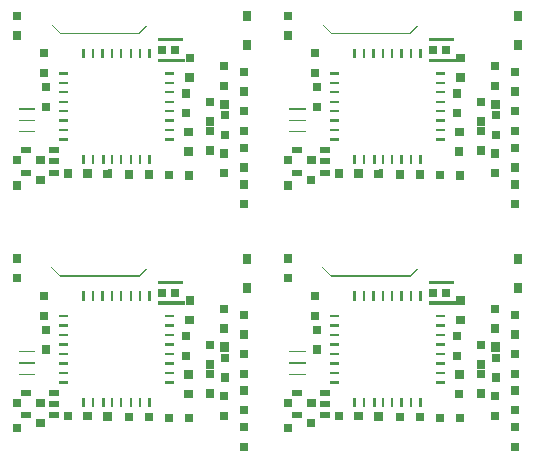
<source format=gbr>
%FSLAX32Y32*%
%MOMM*%
%LNSMD_Maske1*%
G71*
G01*
%LPD*%
G36*
X8715Y7216D02*
X8795Y7216D01*
X8795Y7196D01*
X8715Y7196D01*
X8715Y7216D01*
G37*
G36*
X8715Y7136D02*
X8795Y7136D01*
X8795Y7116D01*
X8715Y7116D01*
X8715Y7136D01*
G37*
G36*
X8715Y7056D02*
X8795Y7056D01*
X8795Y7036D01*
X8715Y7036D01*
X8715Y7056D01*
G37*
G36*
X8715Y6976D02*
X8795Y6976D01*
X8795Y6956D01*
X8715Y6956D01*
X8715Y6976D01*
G37*
G36*
X8715Y6896D02*
X8795Y6896D01*
X8795Y6876D01*
X8715Y6876D01*
X8715Y6896D01*
G37*
G36*
X8715Y6816D02*
X8795Y6816D01*
X8795Y6796D01*
X8715Y6796D01*
X8715Y6816D01*
G37*
G36*
X8715Y6736D02*
X8795Y6736D01*
X8795Y6716D01*
X8715Y6716D01*
X8715Y6736D01*
G37*
G36*
X8715Y6656D02*
X8795Y6656D01*
X8795Y6636D01*
X8715Y6636D01*
X8715Y6656D01*
G37*
G36*
X9615Y7216D02*
X9695Y7216D01*
X9695Y7196D01*
X9615Y7196D01*
X9615Y7216D01*
G37*
G36*
X9615Y7136D02*
X9695Y7136D01*
X9695Y7116D01*
X9615Y7116D01*
X9615Y7136D01*
G37*
G36*
X9615Y7056D02*
X9695Y7056D01*
X9695Y7036D01*
X9615Y7036D01*
X9615Y7056D01*
G37*
G36*
X9615Y6976D02*
X9695Y6976D01*
X9695Y6956D01*
X9615Y6956D01*
X9615Y6976D01*
G37*
G36*
X9615Y6896D02*
X9695Y6896D01*
X9695Y6876D01*
X9615Y6876D01*
X9615Y6896D01*
G37*
G36*
X9615Y6816D02*
X9695Y6816D01*
X9695Y6796D01*
X9615Y6796D01*
X9615Y6816D01*
G37*
G36*
X9615Y6736D02*
X9695Y6736D01*
X9695Y6716D01*
X9615Y6716D01*
X9615Y6736D01*
G37*
G36*
X9615Y6656D02*
X9695Y6656D01*
X9695Y6636D01*
X9615Y6636D01*
X9615Y6656D01*
G37*
G36*
X8915Y7416D02*
X8935Y7416D01*
X8935Y7336D01*
X8915Y7336D01*
X8915Y7416D01*
G37*
G36*
X8995Y7416D02*
X9015Y7416D01*
X9015Y7336D01*
X8995Y7336D01*
X8995Y7416D01*
G37*
G36*
X9075Y7416D02*
X9095Y7416D01*
X9095Y7336D01*
X9075Y7336D01*
X9075Y7416D01*
G37*
G36*
X9155Y7416D02*
X9175Y7416D01*
X9175Y7336D01*
X9155Y7336D01*
X9155Y7416D01*
G37*
G36*
X9235Y7416D02*
X9255Y7416D01*
X9255Y7336D01*
X9235Y7336D01*
X9235Y7416D01*
G37*
G36*
X9315Y7416D02*
X9335Y7416D01*
X9335Y7336D01*
X9315Y7336D01*
X9315Y7416D01*
G37*
G36*
X9395Y7416D02*
X9415Y7416D01*
X9415Y7336D01*
X9395Y7336D01*
X9395Y7416D01*
G37*
G36*
X9475Y7416D02*
X9495Y7416D01*
X9495Y7336D01*
X9475Y7336D01*
X9475Y7416D01*
G37*
G36*
X8915Y6516D02*
X8935Y6516D01*
X8935Y6436D01*
X8915Y6436D01*
X8915Y6516D01*
G37*
G36*
X8995Y6516D02*
X9015Y6516D01*
X9015Y6436D01*
X8995Y6436D01*
X8995Y6516D01*
G37*
G36*
X9085Y6516D02*
X9105Y6516D01*
X9105Y6436D01*
X9085Y6436D01*
X9085Y6516D01*
G37*
G36*
X9155Y6516D02*
X9175Y6516D01*
X9175Y6436D01*
X9155Y6436D01*
X9155Y6516D01*
G37*
G36*
X9235Y6516D02*
X9255Y6516D01*
X9255Y6436D01*
X9235Y6436D01*
X9235Y6516D01*
G37*
G36*
X9315Y6516D02*
X9335Y6516D01*
X9335Y6436D01*
X9315Y6436D01*
X9315Y6516D01*
G37*
G36*
X9395Y6516D02*
X9415Y6516D01*
X9415Y6436D01*
X9395Y6436D01*
X9395Y6516D01*
G37*
G36*
X9475Y6516D02*
X9495Y6516D01*
X9495Y6436D01*
X9475Y6436D01*
X9475Y6516D01*
G37*
G36*
X9827Y7071D02*
X9827Y7001D01*
X9757Y7001D01*
X9757Y7071D01*
X9827Y7071D01*
G37*
G36*
X9826Y6904D02*
X9826Y6834D01*
X9756Y6834D01*
X9756Y6904D01*
X9826Y6904D01*
G37*
G36*
X8643Y7126D02*
X8643Y7056D01*
X8573Y7056D01*
X8573Y7126D01*
X8643Y7126D01*
G37*
G36*
X8642Y6959D02*
X8642Y6889D01*
X8572Y6889D01*
X8572Y6959D01*
X8642Y6959D01*
G37*
G36*
X9859Y7373D02*
X9859Y7303D01*
X9789Y7303D01*
X9789Y7373D01*
X9859Y7373D01*
G37*
G36*
X9858Y7206D02*
X9858Y7136D01*
X9788Y7136D01*
X9788Y7206D01*
X9858Y7206D01*
G37*
G36*
X8397Y6341D02*
X8397Y6391D01*
X8477Y6391D01*
X8477Y6341D01*
X8397Y6341D01*
G37*
G36*
X8397Y6531D02*
X8397Y6581D01*
X8477Y6581D01*
X8477Y6531D01*
X8397Y6531D01*
G37*
G36*
X8635Y6341D02*
X8635Y6391D01*
X8715Y6391D01*
X8715Y6341D01*
X8635Y6341D01*
G37*
G36*
X8635Y6531D02*
X8635Y6581D01*
X8715Y6581D01*
X8715Y6531D01*
X8635Y6531D01*
G37*
G36*
X8635Y6436D02*
X8635Y6486D01*
X8715Y6486D01*
X8715Y6436D01*
X8635Y6436D01*
G37*
G36*
X8627Y7412D02*
X8627Y7342D01*
X8557Y7342D01*
X8557Y7412D01*
X8627Y7412D01*
G37*
G36*
X8626Y7245D02*
X8626Y7175D01*
X8556Y7175D01*
X8556Y7245D01*
X8626Y7245D01*
G37*
G36*
X10160Y6889D02*
X10160Y6819D01*
X10090Y6819D01*
X10090Y6889D01*
X10160Y6889D01*
G37*
G36*
X10159Y6722D02*
X10159Y6652D01*
X10089Y6652D01*
X10089Y6722D01*
X10159Y6722D01*
G37*
G36*
X10152Y6563D02*
X10152Y6493D01*
X10082Y6493D01*
X10082Y6563D01*
X10152Y6563D01*
G37*
G36*
X10151Y6396D02*
X10151Y6326D01*
X10081Y6326D01*
X10081Y6396D01*
X10151Y6396D01*
G37*
G36*
X10080Y6984D02*
X10160Y6984D01*
X10160Y6904D01*
X10080Y6904D01*
X10080Y6984D01*
G37*
G36*
X9163Y6323D02*
X9094Y6322D01*
X9093Y6392D01*
X9163Y6393D01*
X9163Y6323D01*
G37*
G36*
X8996Y6324D02*
X8926Y6324D01*
X8926Y6394D01*
X8996Y6394D01*
X8996Y6324D01*
G37*
G36*
X9513Y6315D02*
X9443Y6315D01*
X9443Y6385D01*
X9513Y6385D01*
X9513Y6315D01*
G37*
G36*
X9346Y6316D02*
X9276Y6316D01*
X9276Y6386D01*
X9346Y6386D01*
X9346Y6316D01*
G37*
G36*
X9779Y6510D02*
X9778Y6580D01*
X9848Y6580D01*
X9849Y6510D01*
X9779Y6510D01*
G37*
G36*
X9780Y6677D02*
X9780Y6747D01*
X9850Y6747D01*
X9850Y6677D01*
X9780Y6677D01*
G37*
G36*
X9854Y6307D02*
X9784Y6307D01*
X9784Y6377D01*
X9854Y6377D01*
X9854Y6307D01*
G37*
G36*
X9687Y6308D02*
X9617Y6308D01*
X9617Y6378D01*
X9687Y6378D01*
X9687Y6308D01*
G37*
G36*
X10080Y7066D02*
X10080Y7136D01*
X10150Y7136D01*
X10150Y7066D01*
X10080Y7066D01*
G37*
G36*
X10081Y7233D02*
X10081Y7303D01*
X10151Y7303D01*
X10151Y7233D01*
X10081Y7233D01*
G37*
G36*
X9554Y7439D02*
X9624Y7439D01*
X9624Y7369D01*
X9554Y7369D01*
X9554Y7439D01*
G37*
G36*
X9665Y7439D02*
X9735Y7439D01*
X9735Y7369D01*
X9665Y7369D01*
X9665Y7439D01*
G37*
G36*
X9553Y7332D02*
X9783Y7332D01*
X9783Y7302D01*
X9553Y7302D01*
X9553Y7332D01*
G37*
G36*
X9555Y7507D02*
X9765Y7507D01*
X9765Y7477D01*
X9555Y7477D01*
X9555Y7507D01*
G37*
G36*
X10033Y6754D02*
X10033Y6684D01*
X9963Y6684D01*
X9963Y6754D01*
X10033Y6754D01*
G37*
G36*
X10032Y6587D02*
X10032Y6517D01*
X9962Y6517D01*
X9962Y6587D01*
X10032Y6587D01*
G37*
G36*
X8515Y6910D02*
X8515Y6900D01*
X8375Y6900D01*
X8375Y6910D01*
X8515Y6910D01*
G37*
G36*
X8515Y6815D02*
X8515Y6805D01*
X8375Y6805D01*
X8375Y6815D01*
X8515Y6815D01*
G37*
G36*
X8515Y6720D02*
X8515Y6710D01*
X8375Y6710D01*
X8375Y6720D01*
X8515Y6720D01*
G37*
G36*
X8398Y7728D02*
X8398Y7658D01*
X8328Y7658D01*
X8328Y7728D01*
X8398Y7728D01*
G37*
G36*
X8397Y7562D02*
X8397Y7492D01*
X8327Y7492D01*
X8327Y7562D01*
X8397Y7562D01*
G37*
G36*
X8326Y6221D02*
X8326Y6291D01*
X8396Y6291D01*
X8396Y6221D01*
X8326Y6221D01*
G37*
G36*
X8327Y6436D02*
X8327Y6506D01*
X8397Y6506D01*
X8397Y6436D01*
X8327Y6436D01*
G37*
G36*
X8596Y6506D02*
X8596Y6436D01*
X8526Y6436D01*
X8526Y6506D01*
X8596Y6506D01*
G37*
G36*
X8595Y6339D02*
X8595Y6269D01*
X8525Y6269D01*
X8525Y6339D01*
X8595Y6339D01*
G37*
G36*
X8995Y6323D02*
X8925Y6323D01*
X8925Y6393D01*
X8995Y6393D01*
X8995Y6323D01*
G37*
G36*
X8828Y6324D02*
X8758Y6324D01*
X8758Y6394D01*
X8828Y6394D01*
X8828Y6324D01*
G37*
G36*
X10319Y6611D02*
X10319Y6541D01*
X10249Y6541D01*
X10249Y6611D01*
X10319Y6611D01*
G37*
G36*
X10318Y6444D02*
X10318Y6374D01*
X10248Y6374D01*
X10248Y6444D01*
X10318Y6444D01*
G37*
G36*
X10319Y6921D02*
X10319Y6851D01*
X10249Y6851D01*
X10249Y6921D01*
X10319Y6921D01*
G37*
G36*
X10318Y6754D02*
X10318Y6684D01*
X10248Y6684D01*
X10248Y6754D01*
X10318Y6754D01*
G37*
G36*
X10319Y7254D02*
X10319Y7184D01*
X10249Y7184D01*
X10249Y7254D01*
X10319Y7254D01*
G37*
G36*
X10318Y7087D02*
X10318Y7017D01*
X10248Y7017D01*
X10248Y7087D01*
X10318Y7087D01*
G37*
G36*
X10319Y6301D02*
X10319Y6231D01*
X10249Y6231D01*
X10249Y6301D01*
X10319Y6301D01*
G37*
G36*
X10318Y6134D02*
X10318Y6064D01*
X10248Y6064D01*
X10248Y6134D01*
X10318Y6134D01*
G37*
G36*
X10033Y7000D02*
X10033Y6930D01*
X9963Y6930D01*
X9963Y7000D01*
X10033Y7000D01*
G37*
G36*
X10032Y6833D02*
X10032Y6763D01*
X9962Y6763D01*
X9962Y6833D01*
X10032Y6833D01*
G37*
G36*
X10343Y7737D02*
X10343Y7652D01*
X10273Y7652D01*
X10273Y7737D01*
X10343Y7737D01*
G37*
G36*
X10343Y7490D02*
X10343Y7405D01*
X10273Y7405D01*
X10273Y7490D01*
X10343Y7490D01*
G37*
G36*
X8725Y7552D02*
X9405Y7552D01*
X9405Y7542D01*
X8725Y7542D01*
X8725Y7552D01*
G37*
G36*
X8660Y7626D02*
X8730Y7555D01*
X8723Y7548D01*
X8653Y7619D01*
X8660Y7626D01*
G37*
G36*
X9461Y7603D02*
X9405Y7547D01*
X9397Y7554D01*
X9454Y7610D01*
X9461Y7603D01*
G37*
G36*
X11009Y7216D02*
X11089Y7216D01*
X11089Y7196D01*
X11009Y7196D01*
X11009Y7216D01*
G37*
G36*
X11009Y7136D02*
X11089Y7136D01*
X11089Y7116D01*
X11009Y7116D01*
X11009Y7136D01*
G37*
G36*
X11009Y7056D02*
X11089Y7056D01*
X11089Y7036D01*
X11009Y7036D01*
X11009Y7056D01*
G37*
G36*
X11009Y6976D02*
X11089Y6976D01*
X11089Y6956D01*
X11009Y6956D01*
X11009Y6976D01*
G37*
G36*
X11009Y6896D02*
X11089Y6896D01*
X11089Y6876D01*
X11009Y6876D01*
X11009Y6896D01*
G37*
G36*
X11009Y6816D02*
X11089Y6816D01*
X11089Y6796D01*
X11009Y6796D01*
X11009Y6816D01*
G37*
G36*
X11009Y6736D02*
X11089Y6736D01*
X11089Y6716D01*
X11009Y6716D01*
X11009Y6736D01*
G37*
G36*
X11009Y6656D02*
X11089Y6656D01*
X11089Y6636D01*
X11009Y6636D01*
X11009Y6656D01*
G37*
G36*
X11909Y7216D02*
X11989Y7216D01*
X11989Y7196D01*
X11909Y7196D01*
X11909Y7216D01*
G37*
G36*
X11909Y7136D02*
X11989Y7136D01*
X11989Y7116D01*
X11909Y7116D01*
X11909Y7136D01*
G37*
G36*
X11909Y7056D02*
X11989Y7056D01*
X11989Y7036D01*
X11909Y7036D01*
X11909Y7056D01*
G37*
G36*
X11909Y6976D02*
X11989Y6976D01*
X11989Y6956D01*
X11909Y6956D01*
X11909Y6976D01*
G37*
G36*
X11909Y6896D02*
X11989Y6896D01*
X11989Y6876D01*
X11909Y6876D01*
X11909Y6896D01*
G37*
G36*
X11909Y6816D02*
X11989Y6816D01*
X11989Y6796D01*
X11909Y6796D01*
X11909Y6816D01*
G37*
G36*
X11909Y6736D02*
X11989Y6736D01*
X11989Y6716D01*
X11909Y6716D01*
X11909Y6736D01*
G37*
G36*
X11909Y6656D02*
X11989Y6656D01*
X11989Y6636D01*
X11909Y6636D01*
X11909Y6656D01*
G37*
G36*
X11209Y7416D02*
X11229Y7416D01*
X11229Y7336D01*
X11209Y7336D01*
X11209Y7416D01*
G37*
G36*
X11289Y7416D02*
X11309Y7416D01*
X11309Y7336D01*
X11289Y7336D01*
X11289Y7416D01*
G37*
G36*
X11369Y7416D02*
X11389Y7416D01*
X11389Y7336D01*
X11369Y7336D01*
X11369Y7416D01*
G37*
G36*
X11449Y7416D02*
X11469Y7416D01*
X11469Y7336D01*
X11449Y7336D01*
X11449Y7416D01*
G37*
G36*
X11529Y7416D02*
X11549Y7416D01*
X11549Y7336D01*
X11529Y7336D01*
X11529Y7416D01*
G37*
G36*
X11609Y7416D02*
X11629Y7416D01*
X11629Y7336D01*
X11609Y7336D01*
X11609Y7416D01*
G37*
G36*
X11689Y7416D02*
X11709Y7416D01*
X11709Y7336D01*
X11689Y7336D01*
X11689Y7416D01*
G37*
G36*
X11769Y7416D02*
X11789Y7416D01*
X11789Y7336D01*
X11769Y7336D01*
X11769Y7416D01*
G37*
G36*
X11209Y6516D02*
X11229Y6516D01*
X11229Y6436D01*
X11209Y6436D01*
X11209Y6516D01*
G37*
G36*
X11289Y6516D02*
X11309Y6516D01*
X11309Y6436D01*
X11289Y6436D01*
X11289Y6516D01*
G37*
G36*
X11379Y6516D02*
X11399Y6516D01*
X11399Y6436D01*
X11379Y6436D01*
X11379Y6516D01*
G37*
G36*
X11449Y6516D02*
X11469Y6516D01*
X11469Y6436D01*
X11449Y6436D01*
X11449Y6516D01*
G37*
G36*
X11529Y6516D02*
X11549Y6516D01*
X11549Y6436D01*
X11529Y6436D01*
X11529Y6516D01*
G37*
G36*
X11609Y6516D02*
X11629Y6516D01*
X11629Y6436D01*
X11609Y6436D01*
X11609Y6516D01*
G37*
G36*
X11689Y6516D02*
X11709Y6516D01*
X11709Y6436D01*
X11689Y6436D01*
X11689Y6516D01*
G37*
G36*
X11769Y6516D02*
X11789Y6516D01*
X11789Y6436D01*
X11769Y6436D01*
X11769Y6516D01*
G37*
G36*
X12121Y7071D02*
X12121Y7001D01*
X12051Y7001D01*
X12051Y7071D01*
X12121Y7071D01*
G37*
G36*
X12120Y6904D02*
X12120Y6834D01*
X12050Y6834D01*
X12050Y6904D01*
X12120Y6904D01*
G37*
G36*
X10937Y7126D02*
X10937Y7056D01*
X10867Y7056D01*
X10867Y7126D01*
X10937Y7126D01*
G37*
G36*
X10936Y6959D02*
X10936Y6889D01*
X10866Y6889D01*
X10866Y6959D01*
X10936Y6959D01*
G37*
G36*
X12152Y7373D02*
X12152Y7303D01*
X12082Y7303D01*
X12082Y7373D01*
X12152Y7373D01*
G37*
G36*
X12152Y7206D02*
X12152Y7136D01*
X12082Y7136D01*
X12082Y7206D01*
X12152Y7206D01*
G37*
G36*
X10691Y6341D02*
X10691Y6391D01*
X10771Y6391D01*
X10771Y6341D01*
X10691Y6341D01*
G37*
G36*
X10691Y6531D02*
X10691Y6581D01*
X10771Y6581D01*
X10771Y6531D01*
X10691Y6531D01*
G37*
G36*
X10929Y6341D02*
X10929Y6391D01*
X11009Y6391D01*
X11009Y6341D01*
X10929Y6341D01*
G37*
G36*
X10929Y6531D02*
X10929Y6581D01*
X11009Y6581D01*
X11009Y6531D01*
X10929Y6531D01*
G37*
G36*
X10929Y6436D02*
X10929Y6486D01*
X11009Y6486D01*
X11009Y6436D01*
X10929Y6436D01*
G37*
G36*
X10921Y7412D02*
X10921Y7342D01*
X10851Y7342D01*
X10851Y7412D01*
X10921Y7412D01*
G37*
G36*
X10920Y7245D02*
X10920Y7175D01*
X10850Y7175D01*
X10850Y7245D01*
X10920Y7245D01*
G37*
G36*
X12454Y6889D02*
X12454Y6819D01*
X12384Y6819D01*
X12384Y6889D01*
X12454Y6889D01*
G37*
G36*
X12453Y6722D02*
X12453Y6652D01*
X12383Y6652D01*
X12383Y6722D01*
X12453Y6722D01*
G37*
G36*
X12446Y6563D02*
X12446Y6493D01*
X12376Y6493D01*
X12376Y6563D01*
X12446Y6563D01*
G37*
G36*
X12445Y6396D02*
X12445Y6326D01*
X12375Y6326D01*
X12375Y6396D01*
X12445Y6396D01*
G37*
G36*
X12374Y6984D02*
X12454Y6984D01*
X12454Y6904D01*
X12374Y6904D01*
X12374Y6984D01*
G37*
G36*
X11457Y6323D02*
X11387Y6322D01*
X11387Y6392D01*
X11457Y6393D01*
X11457Y6323D01*
G37*
G36*
X11290Y6324D02*
X11220Y6324D01*
X11220Y6394D01*
X11290Y6394D01*
X11290Y6324D01*
G37*
G36*
X11807Y6315D02*
X11737Y6315D01*
X11737Y6385D01*
X11807Y6385D01*
X11807Y6315D01*
G37*
G36*
X11640Y6316D02*
X11570Y6316D01*
X11570Y6386D01*
X11640Y6386D01*
X11640Y6316D01*
G37*
G36*
X12072Y6510D02*
X12072Y6580D01*
X12142Y6580D01*
X12142Y6510D01*
X12072Y6510D01*
G37*
G36*
X12073Y6677D02*
X12073Y6747D01*
X12143Y6747D01*
X12143Y6677D01*
X12073Y6677D01*
G37*
G36*
X12148Y6307D02*
X12078Y6307D01*
X12078Y6377D01*
X12148Y6377D01*
X12148Y6307D01*
G37*
G36*
X11981Y6308D02*
X11911Y6308D01*
X11911Y6378D01*
X11981Y6378D01*
X11981Y6308D01*
G37*
G36*
X12374Y7066D02*
X12374Y7136D01*
X12444Y7136D01*
X12444Y7066D01*
X12374Y7066D01*
G37*
G36*
X12375Y7233D02*
X12375Y7303D01*
X12445Y7303D01*
X12445Y7233D01*
X12375Y7233D01*
G37*
G36*
X11847Y7439D02*
X11917Y7439D01*
X11917Y7369D01*
X11847Y7369D01*
X11847Y7439D01*
G37*
G36*
X11959Y7439D02*
X12029Y7439D01*
X12029Y7369D01*
X11959Y7369D01*
X11959Y7439D01*
G37*
G36*
X11847Y7332D02*
X12077Y7332D01*
X12077Y7302D01*
X11847Y7302D01*
X11847Y7332D01*
G37*
G36*
X11849Y7507D02*
X12059Y7507D01*
X12059Y7477D01*
X11849Y7477D01*
X11849Y7507D01*
G37*
G36*
X12327Y6754D02*
X12327Y6684D01*
X12257Y6684D01*
X12257Y6754D01*
X12327Y6754D01*
G37*
G36*
X12326Y6587D02*
X12326Y6517D01*
X12256Y6517D01*
X12256Y6587D01*
X12326Y6587D01*
G37*
G36*
X10809Y6910D02*
X10809Y6900D01*
X10669Y6900D01*
X10669Y6910D01*
X10809Y6910D01*
G37*
G36*
X10809Y6815D02*
X10809Y6805D01*
X10669Y6805D01*
X10669Y6815D01*
X10809Y6815D01*
G37*
G36*
X10809Y6720D02*
X10809Y6710D01*
X10669Y6710D01*
X10669Y6720D01*
X10809Y6720D01*
G37*
G36*
X10692Y7728D02*
X10692Y7658D01*
X10622Y7658D01*
X10622Y7728D01*
X10692Y7728D01*
G37*
G36*
X10690Y7562D02*
X10690Y7492D01*
X10620Y7492D01*
X10620Y7562D01*
X10690Y7562D01*
G37*
G36*
X10620Y6221D02*
X10620Y6291D01*
X10690Y6291D01*
X10690Y6221D01*
X10620Y6221D01*
G37*
G36*
X10621Y6436D02*
X10621Y6506D01*
X10691Y6506D01*
X10691Y6436D01*
X10621Y6436D01*
G37*
G36*
X10890Y6506D02*
X10890Y6436D01*
X10820Y6436D01*
X10820Y6506D01*
X10890Y6506D01*
G37*
G36*
X10889Y6339D02*
X10889Y6269D01*
X10819Y6269D01*
X10819Y6339D01*
X10889Y6339D01*
G37*
G36*
X11289Y6323D02*
X11219Y6323D01*
X11219Y6393D01*
X11289Y6393D01*
X11289Y6323D01*
G37*
G36*
X11122Y6324D02*
X11052Y6324D01*
X11052Y6394D01*
X11122Y6394D01*
X11122Y6324D01*
G37*
G36*
X12613Y6611D02*
X12613Y6541D01*
X12543Y6541D01*
X12543Y6611D01*
X12613Y6611D01*
G37*
G36*
X12612Y6444D02*
X12612Y6374D01*
X12542Y6374D01*
X12542Y6444D01*
X12612Y6444D01*
G37*
G36*
X12613Y6921D02*
X12613Y6851D01*
X12543Y6851D01*
X12543Y6921D01*
X12613Y6921D01*
G37*
G36*
X12612Y6754D02*
X12612Y6684D01*
X12542Y6684D01*
X12542Y6754D01*
X12612Y6754D01*
G37*
G36*
X12613Y7254D02*
X12613Y7184D01*
X12543Y7184D01*
X12543Y7254D01*
X12613Y7254D01*
G37*
G36*
X12612Y7087D02*
X12612Y7017D01*
X12542Y7017D01*
X12542Y7087D01*
X12612Y7087D01*
G37*
G36*
X12613Y6301D02*
X12613Y6231D01*
X12543Y6231D01*
X12543Y6301D01*
X12613Y6301D01*
G37*
G36*
X12612Y6134D02*
X12612Y6064D01*
X12542Y6064D01*
X12542Y6134D01*
X12612Y6134D01*
G37*
G36*
X12327Y7000D02*
X12327Y6930D01*
X12257Y6930D01*
X12257Y7000D01*
X12327Y7000D01*
G37*
G36*
X12326Y6833D02*
X12326Y6763D01*
X12256Y6763D01*
X12256Y6833D01*
X12326Y6833D01*
G37*
G36*
X12637Y7737D02*
X12637Y7652D01*
X12567Y7652D01*
X12567Y7737D01*
X12637Y7737D01*
G37*
G36*
X12637Y7490D02*
X12637Y7405D01*
X12567Y7405D01*
X12567Y7490D01*
X12637Y7490D01*
G37*
G36*
X11019Y7552D02*
X11699Y7552D01*
X11699Y7542D01*
X11019Y7542D01*
X11019Y7552D01*
G37*
G36*
X10954Y7626D02*
X11024Y7555D01*
X11017Y7548D01*
X10946Y7619D01*
X10954Y7626D01*
G37*
G36*
X11755Y7603D02*
X11698Y7547D01*
X11691Y7554D01*
X11748Y7610D01*
X11755Y7603D01*
G37*
G36*
X8715Y5160D02*
X8795Y5160D01*
X8795Y5140D01*
X8715Y5140D01*
X8715Y5160D01*
G37*
G36*
X8715Y5080D02*
X8795Y5080D01*
X8795Y5060D01*
X8715Y5060D01*
X8715Y5080D01*
G37*
G36*
X8715Y5000D02*
X8795Y5000D01*
X8795Y4980D01*
X8715Y4980D01*
X8715Y5000D01*
G37*
G36*
X8715Y4920D02*
X8795Y4920D01*
X8795Y4900D01*
X8715Y4900D01*
X8715Y4920D01*
G37*
G36*
X8715Y4840D02*
X8795Y4840D01*
X8795Y4820D01*
X8715Y4820D01*
X8715Y4840D01*
G37*
G36*
X8715Y4760D02*
X8795Y4760D01*
X8795Y4740D01*
X8715Y4740D01*
X8715Y4760D01*
G37*
G36*
X8715Y4680D02*
X8795Y4680D01*
X8795Y4660D01*
X8715Y4660D01*
X8715Y4680D01*
G37*
G36*
X8715Y4600D02*
X8795Y4600D01*
X8795Y4580D01*
X8715Y4580D01*
X8715Y4600D01*
G37*
G36*
X9615Y5160D02*
X9695Y5160D01*
X9695Y5140D01*
X9615Y5140D01*
X9615Y5160D01*
G37*
G36*
X9615Y5080D02*
X9695Y5080D01*
X9695Y5060D01*
X9615Y5060D01*
X9615Y5080D01*
G37*
G36*
X9615Y5000D02*
X9695Y5000D01*
X9695Y4980D01*
X9615Y4980D01*
X9615Y5000D01*
G37*
G36*
X9615Y4920D02*
X9695Y4920D01*
X9695Y4900D01*
X9615Y4900D01*
X9615Y4920D01*
G37*
G36*
X9615Y4840D02*
X9695Y4840D01*
X9695Y4820D01*
X9615Y4820D01*
X9615Y4840D01*
G37*
G36*
X9615Y4760D02*
X9695Y4760D01*
X9695Y4740D01*
X9615Y4740D01*
X9615Y4760D01*
G37*
G36*
X9615Y4680D02*
X9695Y4680D01*
X9695Y4660D01*
X9615Y4660D01*
X9615Y4680D01*
G37*
G36*
X9615Y4600D02*
X9695Y4600D01*
X9695Y4580D01*
X9615Y4580D01*
X9615Y4600D01*
G37*
G36*
X8915Y5360D02*
X8935Y5360D01*
X8935Y5280D01*
X8915Y5280D01*
X8915Y5360D01*
G37*
G36*
X8995Y5360D02*
X9015Y5360D01*
X9015Y5280D01*
X8995Y5280D01*
X8995Y5360D01*
G37*
G36*
X9075Y5360D02*
X9095Y5360D01*
X9095Y5280D01*
X9075Y5280D01*
X9075Y5360D01*
G37*
G36*
X9155Y5360D02*
X9175Y5360D01*
X9175Y5280D01*
X9155Y5280D01*
X9155Y5360D01*
G37*
G36*
X9235Y5360D02*
X9255Y5360D01*
X9255Y5280D01*
X9235Y5280D01*
X9235Y5360D01*
G37*
G36*
X9315Y5360D02*
X9335Y5360D01*
X9335Y5280D01*
X9315Y5280D01*
X9315Y5360D01*
G37*
G36*
X9395Y5360D02*
X9415Y5360D01*
X9415Y5280D01*
X9395Y5280D01*
X9395Y5360D01*
G37*
G36*
X9475Y5360D02*
X9495Y5360D01*
X9495Y5280D01*
X9475Y5280D01*
X9475Y5360D01*
G37*
G36*
X8915Y4460D02*
X8935Y4460D01*
X8935Y4380D01*
X8915Y4380D01*
X8915Y4460D01*
G37*
G36*
X8995Y4460D02*
X9015Y4460D01*
X9015Y4380D01*
X8995Y4380D01*
X8995Y4460D01*
G37*
G36*
X9085Y4460D02*
X9105Y4460D01*
X9105Y4380D01*
X9085Y4380D01*
X9085Y4460D01*
G37*
G36*
X9155Y4460D02*
X9175Y4460D01*
X9175Y4380D01*
X9155Y4380D01*
X9155Y4460D01*
G37*
G36*
X9235Y4460D02*
X9255Y4460D01*
X9255Y4380D01*
X9235Y4380D01*
X9235Y4460D01*
G37*
G36*
X9315Y4460D02*
X9335Y4460D01*
X9335Y4380D01*
X9315Y4380D01*
X9315Y4460D01*
G37*
G36*
X9395Y4460D02*
X9415Y4460D01*
X9415Y4380D01*
X9395Y4380D01*
X9395Y4460D01*
G37*
G36*
X9475Y4460D02*
X9495Y4460D01*
X9495Y4380D01*
X9475Y4380D01*
X9475Y4460D01*
G37*
G36*
X9827Y5016D02*
X9827Y4946D01*
X9757Y4946D01*
X9757Y5016D01*
X9827Y5016D01*
G37*
G36*
X9826Y4849D02*
X9826Y4779D01*
X9756Y4779D01*
X9756Y4849D01*
X9826Y4849D01*
G37*
G36*
X8643Y5070D02*
X8643Y5000D01*
X8573Y5000D01*
X8573Y5070D01*
X8643Y5070D01*
G37*
G36*
X8642Y4903D02*
X8642Y4833D01*
X8572Y4833D01*
X8572Y4903D01*
X8642Y4903D01*
G37*
G36*
X9859Y5317D02*
X9859Y5247D01*
X9789Y5247D01*
X9789Y5317D01*
X9859Y5317D01*
G37*
G36*
X9858Y5150D02*
X9858Y5080D01*
X9788Y5080D01*
X9788Y5150D01*
X9858Y5150D01*
G37*
G36*
X8397Y4285D02*
X8397Y4335D01*
X8477Y4335D01*
X8477Y4285D01*
X8397Y4285D01*
G37*
G36*
X8397Y4475D02*
X8397Y4525D01*
X8477Y4525D01*
X8477Y4475D01*
X8397Y4475D01*
G37*
G36*
X8635Y4285D02*
X8635Y4335D01*
X8715Y4335D01*
X8715Y4285D01*
X8635Y4285D01*
G37*
G36*
X8635Y4475D02*
X8635Y4525D01*
X8715Y4525D01*
X8715Y4475D01*
X8635Y4475D01*
G37*
G36*
X8635Y4380D02*
X8635Y4430D01*
X8715Y4430D01*
X8715Y4380D01*
X8635Y4380D01*
G37*
G36*
X8627Y5356D02*
X8627Y5286D01*
X8557Y5286D01*
X8557Y5356D01*
X8627Y5356D01*
G37*
G36*
X8626Y5189D02*
X8626Y5119D01*
X8556Y5119D01*
X8556Y5189D01*
X8626Y5189D01*
G37*
G36*
X10160Y4833D02*
X10160Y4763D01*
X10090Y4763D01*
X10090Y4833D01*
X10160Y4833D01*
G37*
G36*
X10159Y4666D02*
X10159Y4596D01*
X10089Y4596D01*
X10089Y4666D01*
X10159Y4666D01*
G37*
G36*
X10152Y4508D02*
X10152Y4438D01*
X10082Y4438D01*
X10082Y4508D01*
X10152Y4508D01*
G37*
G36*
X10151Y4341D02*
X10151Y4271D01*
X10081Y4271D01*
X10081Y4341D01*
X10151Y4341D01*
G37*
G36*
X10080Y4928D02*
X10160Y4928D01*
X10160Y4848D01*
X10080Y4848D01*
X10080Y4928D01*
G37*
G36*
X9163Y4267D02*
X9094Y4267D01*
X9093Y4337D01*
X9163Y4337D01*
X9163Y4267D01*
G37*
G36*
X8996Y4268D02*
X8926Y4268D01*
X8926Y4338D01*
X8996Y4338D01*
X8996Y4268D01*
G37*
G36*
X9513Y4259D02*
X9443Y4259D01*
X9443Y4329D01*
X9513Y4329D01*
X9513Y4259D01*
G37*
G36*
X9346Y4260D02*
X9276Y4260D01*
X9276Y4330D01*
X9346Y4330D01*
X9346Y4260D01*
G37*
G36*
X9779Y4454D02*
X9778Y4524D01*
X9848Y4525D01*
X9849Y4455D01*
X9779Y4454D01*
G37*
G36*
X9780Y4622D02*
X9780Y4692D01*
X9850Y4692D01*
X9850Y4622D01*
X9780Y4622D01*
G37*
G36*
X9854Y4251D02*
X9784Y4251D01*
X9784Y4321D01*
X9854Y4321D01*
X9854Y4251D01*
G37*
G36*
X9687Y4252D02*
X9617Y4252D01*
X9617Y4322D01*
X9687Y4322D01*
X9687Y4252D01*
G37*
G36*
X10080Y5010D02*
X10080Y5080D01*
X10150Y5080D01*
X10150Y5010D01*
X10080Y5010D01*
G37*
G36*
X10081Y5177D02*
X10081Y5247D01*
X10151Y5247D01*
X10151Y5177D01*
X10081Y5177D01*
G37*
G36*
X9554Y5384D02*
X9624Y5384D01*
X9624Y5314D01*
X9554Y5314D01*
X9554Y5384D01*
G37*
G36*
X9665Y5384D02*
X9735Y5384D01*
X9735Y5314D01*
X9665Y5314D01*
X9665Y5384D01*
G37*
G36*
X9553Y5276D02*
X9783Y5276D01*
X9783Y5246D01*
X9553Y5246D01*
X9553Y5276D01*
G37*
G36*
X9555Y5451D02*
X9765Y5451D01*
X9765Y5421D01*
X9555Y5421D01*
X9555Y5451D01*
G37*
G36*
X10033Y4698D02*
X10033Y4628D01*
X9963Y4628D01*
X9963Y4698D01*
X10033Y4698D01*
G37*
G36*
X10032Y4531D02*
X10032Y4461D01*
X9962Y4461D01*
X9962Y4531D01*
X10032Y4531D01*
G37*
G36*
X8515Y4854D02*
X8515Y4844D01*
X8375Y4844D01*
X8375Y4854D01*
X8515Y4854D01*
G37*
G36*
X8515Y4759D02*
X8515Y4749D01*
X8375Y4749D01*
X8375Y4759D01*
X8515Y4759D01*
G37*
G36*
X8515Y4664D02*
X8515Y4654D01*
X8375Y4654D01*
X8375Y4664D01*
X8515Y4664D01*
G37*
G36*
X8398Y5673D02*
X8398Y5603D01*
X8328Y5603D01*
X8328Y5673D01*
X8398Y5673D01*
G37*
G36*
X8397Y5506D02*
X8397Y5436D01*
X8327Y5436D01*
X8327Y5506D01*
X8397Y5506D01*
G37*
G36*
X8326Y4166D02*
X8326Y4236D01*
X8396Y4236D01*
X8396Y4166D01*
X8326Y4166D01*
G37*
G36*
X8327Y4380D02*
X8327Y4450D01*
X8397Y4450D01*
X8397Y4380D01*
X8327Y4380D01*
G37*
G36*
X8596Y4450D02*
X8596Y4380D01*
X8526Y4380D01*
X8526Y4450D01*
X8596Y4450D01*
G37*
G36*
X8595Y4283D02*
X8595Y4213D01*
X8525Y4213D01*
X8525Y4283D01*
X8595Y4283D01*
G37*
G36*
X8995Y4268D02*
X8925Y4268D01*
X8925Y4338D01*
X8995Y4338D01*
X8995Y4268D01*
G37*
G36*
X8828Y4269D02*
X8758Y4269D01*
X8758Y4339D01*
X8828Y4339D01*
X8828Y4269D01*
G37*
G36*
X10319Y4555D02*
X10319Y4485D01*
X10249Y4485D01*
X10249Y4555D01*
X10319Y4555D01*
G37*
G36*
X10318Y4388D02*
X10318Y4318D01*
X10248Y4318D01*
X10248Y4388D01*
X10318Y4388D01*
G37*
G36*
X10319Y4865D02*
X10319Y4795D01*
X10249Y4795D01*
X10249Y4865D01*
X10319Y4865D01*
G37*
G36*
X10318Y4698D02*
X10318Y4628D01*
X10248Y4628D01*
X10248Y4698D01*
X10318Y4698D01*
G37*
G36*
X10319Y5198D02*
X10319Y5128D01*
X10249Y5128D01*
X10249Y5198D01*
X10319Y5198D01*
G37*
G36*
X10318Y5031D02*
X10318Y4961D01*
X10248Y4961D01*
X10248Y5031D01*
X10318Y5031D01*
G37*
G36*
X10319Y4246D02*
X10319Y4176D01*
X10249Y4176D01*
X10249Y4246D01*
X10319Y4246D01*
G37*
G36*
X10318Y4079D02*
X10318Y4009D01*
X10248Y4009D01*
X10248Y4079D01*
X10318Y4079D01*
G37*
G36*
X10033Y4944D02*
X10033Y4874D01*
X9963Y4874D01*
X9963Y4944D01*
X10033Y4944D01*
G37*
G36*
X10032Y4777D02*
X10032Y4707D01*
X9962Y4707D01*
X9962Y4777D01*
X10032Y4777D01*
G37*
G36*
X10343Y5681D02*
X10343Y5596D01*
X10273Y5596D01*
X10273Y5681D01*
X10343Y5681D01*
G37*
G36*
X10343Y5434D02*
X10343Y5349D01*
X10273Y5349D01*
X10273Y5434D01*
X10343Y5434D01*
G37*
G36*
X8725Y5496D02*
X9405Y5496D01*
X9405Y5486D01*
X8725Y5486D01*
X8725Y5496D01*
G37*
G36*
X8660Y5570D02*
X8730Y5499D01*
X8723Y5492D01*
X8653Y5563D01*
X8660Y5570D01*
G37*
G36*
X9461Y5548D02*
X9405Y5491D01*
X9397Y5498D01*
X9454Y5555D01*
X9461Y5548D01*
G37*
G36*
X11009Y5160D02*
X11089Y5160D01*
X11089Y5140D01*
X11009Y5140D01*
X11009Y5160D01*
G37*
G36*
X11009Y5080D02*
X11089Y5080D01*
X11089Y5060D01*
X11009Y5060D01*
X11009Y5080D01*
G37*
G36*
X11009Y5000D02*
X11089Y5000D01*
X11089Y4980D01*
X11009Y4980D01*
X11009Y5000D01*
G37*
G36*
X11009Y4920D02*
X11089Y4920D01*
X11089Y4900D01*
X11009Y4900D01*
X11009Y4920D01*
G37*
G36*
X11009Y4840D02*
X11089Y4840D01*
X11089Y4820D01*
X11009Y4820D01*
X11009Y4840D01*
G37*
G36*
X11009Y4760D02*
X11089Y4760D01*
X11089Y4740D01*
X11009Y4740D01*
X11009Y4760D01*
G37*
G36*
X11009Y4680D02*
X11089Y4680D01*
X11089Y4660D01*
X11009Y4660D01*
X11009Y4680D01*
G37*
G36*
X11009Y4600D02*
X11089Y4600D01*
X11089Y4580D01*
X11009Y4580D01*
X11009Y4600D01*
G37*
G36*
X11909Y5160D02*
X11989Y5160D01*
X11989Y5140D01*
X11909Y5140D01*
X11909Y5160D01*
G37*
G36*
X11909Y5080D02*
X11989Y5080D01*
X11989Y5060D01*
X11909Y5060D01*
X11909Y5080D01*
G37*
G36*
X11909Y5000D02*
X11989Y5000D01*
X11989Y4980D01*
X11909Y4980D01*
X11909Y5000D01*
G37*
G36*
X11909Y4920D02*
X11989Y4920D01*
X11989Y4900D01*
X11909Y4900D01*
X11909Y4920D01*
G37*
G36*
X11909Y4840D02*
X11989Y4840D01*
X11989Y4820D01*
X11909Y4820D01*
X11909Y4840D01*
G37*
G36*
X11909Y4760D02*
X11989Y4760D01*
X11989Y4740D01*
X11909Y4740D01*
X11909Y4760D01*
G37*
G36*
X11909Y4680D02*
X11989Y4680D01*
X11989Y4660D01*
X11909Y4660D01*
X11909Y4680D01*
G37*
G36*
X11909Y4600D02*
X11989Y4600D01*
X11989Y4580D01*
X11909Y4580D01*
X11909Y4600D01*
G37*
G36*
X11209Y5360D02*
X11229Y5360D01*
X11229Y5280D01*
X11209Y5280D01*
X11209Y5360D01*
G37*
G36*
X11289Y5360D02*
X11309Y5360D01*
X11309Y5280D01*
X11289Y5280D01*
X11289Y5360D01*
G37*
G36*
X11369Y5360D02*
X11389Y5360D01*
X11389Y5280D01*
X11369Y5280D01*
X11369Y5360D01*
G37*
G36*
X11449Y5360D02*
X11469Y5360D01*
X11469Y5280D01*
X11449Y5280D01*
X11449Y5360D01*
G37*
G36*
X11529Y5360D02*
X11549Y5360D01*
X11549Y5280D01*
X11529Y5280D01*
X11529Y5360D01*
G37*
G36*
X11609Y5360D02*
X11629Y5360D01*
X11629Y5280D01*
X11609Y5280D01*
X11609Y5360D01*
G37*
G36*
X11689Y5360D02*
X11709Y5360D01*
X11709Y5280D01*
X11689Y5280D01*
X11689Y5360D01*
G37*
G36*
X11769Y5360D02*
X11789Y5360D01*
X11789Y5280D01*
X11769Y5280D01*
X11769Y5360D01*
G37*
G36*
X11209Y4460D02*
X11229Y4460D01*
X11229Y4380D01*
X11209Y4380D01*
X11209Y4460D01*
G37*
G36*
X11289Y4460D02*
X11309Y4460D01*
X11309Y4380D01*
X11289Y4380D01*
X11289Y4460D01*
G37*
G36*
X11379Y4460D02*
X11399Y4460D01*
X11399Y4380D01*
X11379Y4380D01*
X11379Y4460D01*
G37*
G36*
X11449Y4460D02*
X11469Y4460D01*
X11469Y4380D01*
X11449Y4380D01*
X11449Y4460D01*
G37*
G36*
X11529Y4460D02*
X11549Y4460D01*
X11549Y4380D01*
X11529Y4380D01*
X11529Y4460D01*
G37*
G36*
X11609Y4460D02*
X11629Y4460D01*
X11629Y4380D01*
X11609Y4380D01*
X11609Y4460D01*
G37*
G36*
X11689Y4460D02*
X11709Y4460D01*
X11709Y4380D01*
X11689Y4380D01*
X11689Y4460D01*
G37*
G36*
X11769Y4460D02*
X11789Y4460D01*
X11789Y4380D01*
X11769Y4380D01*
X11769Y4460D01*
G37*
G36*
X12121Y5016D02*
X12121Y4946D01*
X12051Y4946D01*
X12051Y5016D01*
X12121Y5016D01*
G37*
G36*
X12120Y4849D02*
X12120Y4779D01*
X12050Y4779D01*
X12050Y4849D01*
X12120Y4849D01*
G37*
G36*
X10937Y5070D02*
X10937Y5000D01*
X10867Y5000D01*
X10867Y5070D01*
X10937Y5070D01*
G37*
G36*
X10936Y4903D02*
X10936Y4833D01*
X10866Y4833D01*
X10866Y4903D01*
X10936Y4903D01*
G37*
G36*
X12152Y5317D02*
X12152Y5247D01*
X12082Y5247D01*
X12082Y5317D01*
X12152Y5317D01*
G37*
G36*
X12152Y5150D02*
X12152Y5080D01*
X12082Y5080D01*
X12082Y5150D01*
X12152Y5150D01*
G37*
G36*
X10691Y4285D02*
X10691Y4335D01*
X10771Y4335D01*
X10771Y4285D01*
X10691Y4285D01*
G37*
G36*
X10691Y4475D02*
X10691Y4525D01*
X10771Y4525D01*
X10771Y4475D01*
X10691Y4475D01*
G37*
G36*
X10929Y4285D02*
X10929Y4335D01*
X11009Y4335D01*
X11009Y4285D01*
X10929Y4285D01*
G37*
G36*
X10929Y4475D02*
X10929Y4525D01*
X11009Y4525D01*
X11009Y4475D01*
X10929Y4475D01*
G37*
G36*
X10929Y4380D02*
X10929Y4430D01*
X11009Y4430D01*
X11009Y4380D01*
X10929Y4380D01*
G37*
G36*
X10921Y5356D02*
X10921Y5286D01*
X10851Y5286D01*
X10851Y5356D01*
X10921Y5356D01*
G37*
G36*
X10920Y5189D02*
X10920Y5119D01*
X10850Y5119D01*
X10850Y5189D01*
X10920Y5189D01*
G37*
G36*
X12454Y4833D02*
X12454Y4763D01*
X12384Y4763D01*
X12384Y4833D01*
X12454Y4833D01*
G37*
G36*
X12453Y4666D02*
X12453Y4596D01*
X12383Y4596D01*
X12383Y4666D01*
X12453Y4666D01*
G37*
G36*
X12446Y4508D02*
X12446Y4438D01*
X12376Y4438D01*
X12376Y4508D01*
X12446Y4508D01*
G37*
G36*
X12445Y4341D02*
X12445Y4271D01*
X12375Y4271D01*
X12375Y4341D01*
X12445Y4341D01*
G37*
G36*
X12374Y4928D02*
X12454Y4928D01*
X12454Y4848D01*
X12374Y4848D01*
X12374Y4928D01*
G37*
G36*
X11457Y4267D02*
X11387Y4267D01*
X11387Y4337D01*
X11457Y4337D01*
X11457Y4267D01*
G37*
G36*
X11290Y4268D02*
X11220Y4268D01*
X11220Y4338D01*
X11290Y4338D01*
X11290Y4268D01*
G37*
G36*
X11807Y4259D02*
X11737Y4259D01*
X11737Y4329D01*
X11807Y4329D01*
X11807Y4259D01*
G37*
G36*
X11640Y4260D02*
X11570Y4260D01*
X11570Y4330D01*
X11640Y4330D01*
X11640Y4260D01*
G37*
G36*
X12072Y4454D02*
X12072Y4524D01*
X12142Y4525D01*
X12142Y4455D01*
X12072Y4454D01*
G37*
G36*
X12073Y4622D02*
X12073Y4692D01*
X12143Y4692D01*
X12143Y4622D01*
X12073Y4622D01*
G37*
G36*
X12148Y4251D02*
X12078Y4251D01*
X12078Y4321D01*
X12148Y4321D01*
X12148Y4251D01*
G37*
G36*
X11981Y4252D02*
X11911Y4252D01*
X11911Y4322D01*
X11981Y4322D01*
X11981Y4252D01*
G37*
G36*
X12374Y5010D02*
X12374Y5080D01*
X12444Y5080D01*
X12444Y5010D01*
X12374Y5010D01*
G37*
G36*
X12375Y5177D02*
X12375Y5247D01*
X12445Y5247D01*
X12445Y5177D01*
X12375Y5177D01*
G37*
G36*
X11847Y5384D02*
X11917Y5384D01*
X11917Y5314D01*
X11847Y5314D01*
X11847Y5384D01*
G37*
G36*
X11959Y5384D02*
X12029Y5384D01*
X12029Y5314D01*
X11959Y5314D01*
X11959Y5384D01*
G37*
G36*
X11847Y5276D02*
X12077Y5276D01*
X12077Y5246D01*
X11847Y5246D01*
X11847Y5276D01*
G37*
G36*
X11849Y5451D02*
X12059Y5451D01*
X12059Y5421D01*
X11849Y5421D01*
X11849Y5451D01*
G37*
G36*
X12327Y4698D02*
X12327Y4628D01*
X12257Y4628D01*
X12257Y4698D01*
X12327Y4698D01*
G37*
G36*
X12326Y4531D02*
X12326Y4461D01*
X12256Y4461D01*
X12256Y4531D01*
X12326Y4531D01*
G37*
G36*
X10809Y4854D02*
X10809Y4844D01*
X10669Y4844D01*
X10669Y4854D01*
X10809Y4854D01*
G37*
G36*
X10809Y4759D02*
X10809Y4749D01*
X10669Y4749D01*
X10669Y4759D01*
X10809Y4759D01*
G37*
G36*
X10809Y4664D02*
X10809Y4654D01*
X10669Y4654D01*
X10669Y4664D01*
X10809Y4664D01*
G37*
G36*
X10692Y5673D02*
X10692Y5603D01*
X10622Y5603D01*
X10622Y5673D01*
X10692Y5673D01*
G37*
G36*
X10690Y5506D02*
X10690Y5436D01*
X10620Y5436D01*
X10620Y5506D01*
X10690Y5506D01*
G37*
G36*
X10620Y4166D02*
X10620Y4236D01*
X10690Y4236D01*
X10690Y4166D01*
X10620Y4166D01*
G37*
G36*
X10621Y4380D02*
X10621Y4450D01*
X10691Y4450D01*
X10691Y4380D01*
X10621Y4380D01*
G37*
G36*
X10890Y4450D02*
X10890Y4380D01*
X10820Y4380D01*
X10820Y4450D01*
X10890Y4450D01*
G37*
G36*
X10889Y4283D02*
X10889Y4213D01*
X10819Y4213D01*
X10819Y4283D01*
X10889Y4283D01*
G37*
G36*
X11289Y4268D02*
X11219Y4268D01*
X11219Y4338D01*
X11289Y4338D01*
X11289Y4268D01*
G37*
G36*
X11122Y4269D02*
X11052Y4269D01*
X11052Y4339D01*
X11122Y4339D01*
X11122Y4269D01*
G37*
G36*
X12613Y4555D02*
X12613Y4485D01*
X12543Y4485D01*
X12543Y4555D01*
X12613Y4555D01*
G37*
G36*
X12612Y4388D02*
X12612Y4318D01*
X12542Y4318D01*
X12542Y4388D01*
X12612Y4388D01*
G37*
G36*
X12613Y4865D02*
X12613Y4795D01*
X12543Y4795D01*
X12543Y4865D01*
X12613Y4865D01*
G37*
G36*
X12612Y4698D02*
X12612Y4628D01*
X12542Y4628D01*
X12542Y4698D01*
X12612Y4698D01*
G37*
G36*
X12613Y5198D02*
X12613Y5128D01*
X12543Y5128D01*
X12543Y5198D01*
X12613Y5198D01*
G37*
G36*
X12612Y5031D02*
X12612Y4961D01*
X12542Y4961D01*
X12542Y5031D01*
X12612Y5031D01*
G37*
G36*
X12613Y4246D02*
X12613Y4176D01*
X12543Y4176D01*
X12543Y4246D01*
X12613Y4246D01*
G37*
G36*
X12612Y4079D02*
X12612Y4009D01*
X12542Y4009D01*
X12542Y4079D01*
X12612Y4079D01*
G37*
G36*
X12327Y4944D02*
X12327Y4874D01*
X12257Y4874D01*
X12257Y4944D01*
X12327Y4944D01*
G37*
G36*
X12326Y4777D02*
X12326Y4707D01*
X12256Y4707D01*
X12256Y4777D01*
X12326Y4777D01*
G37*
G36*
X12637Y5681D02*
X12637Y5596D01*
X12567Y5596D01*
X12567Y5681D01*
X12637Y5681D01*
G37*
G36*
X12637Y5434D02*
X12637Y5349D01*
X12567Y5349D01*
X12567Y5434D01*
X12637Y5434D01*
G37*
G36*
X11019Y5496D02*
X11699Y5496D01*
X11699Y5486D01*
X11019Y5486D01*
X11019Y5496D01*
G37*
G36*
X10954Y5570D02*
X11024Y5499D01*
X11017Y5492D01*
X10946Y5563D01*
X10954Y5570D01*
G37*
G36*
X11755Y5548D02*
X11698Y5491D01*
X11691Y5498D01*
X11748Y5555D01*
X11755Y5548D01*
G37*
M02*

</source>
